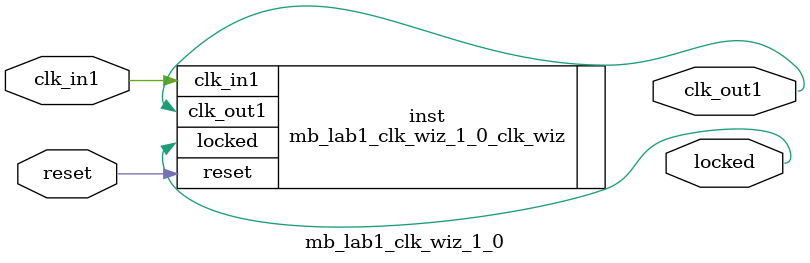
<source format=v>


`timescale 1ps/1ps

(* CORE_GENERATION_INFO = "mb_lab1_clk_wiz_1_0,clk_wiz_v6_0_13_0_0,{component_name=mb_lab1_clk_wiz_1_0,use_phase_alignment=true,use_min_o_jitter=false,use_max_i_jitter=false,use_dyn_phase_shift=false,use_inclk_switchover=false,use_dyn_reconfig=false,enable_axi=0,feedback_source=FDBK_AUTO,PRIMITIVE=MMCM,num_out_clk=1,clkin1_period=10.000,clkin2_period=10.000,use_power_down=false,use_reset=true,use_locked=true,use_inclk_stopped=false,feedback_type=SINGLE,CLOCK_MGR_TYPE=NA,manual_override=false}" *)

module mb_lab1_clk_wiz_1_0 
 (
  // Clock out ports
  output        clk_out1,
  // Status and control signals
  input         reset,
  output        locked,
 // Clock in ports
  input         clk_in1
 );

  mb_lab1_clk_wiz_1_0_clk_wiz inst
  (
  // Clock out ports  
  .clk_out1(clk_out1),
  // Status and control signals               
  .reset(reset), 
  .locked(locked),
 // Clock in ports
  .clk_in1(clk_in1)
  );

endmodule

</source>
